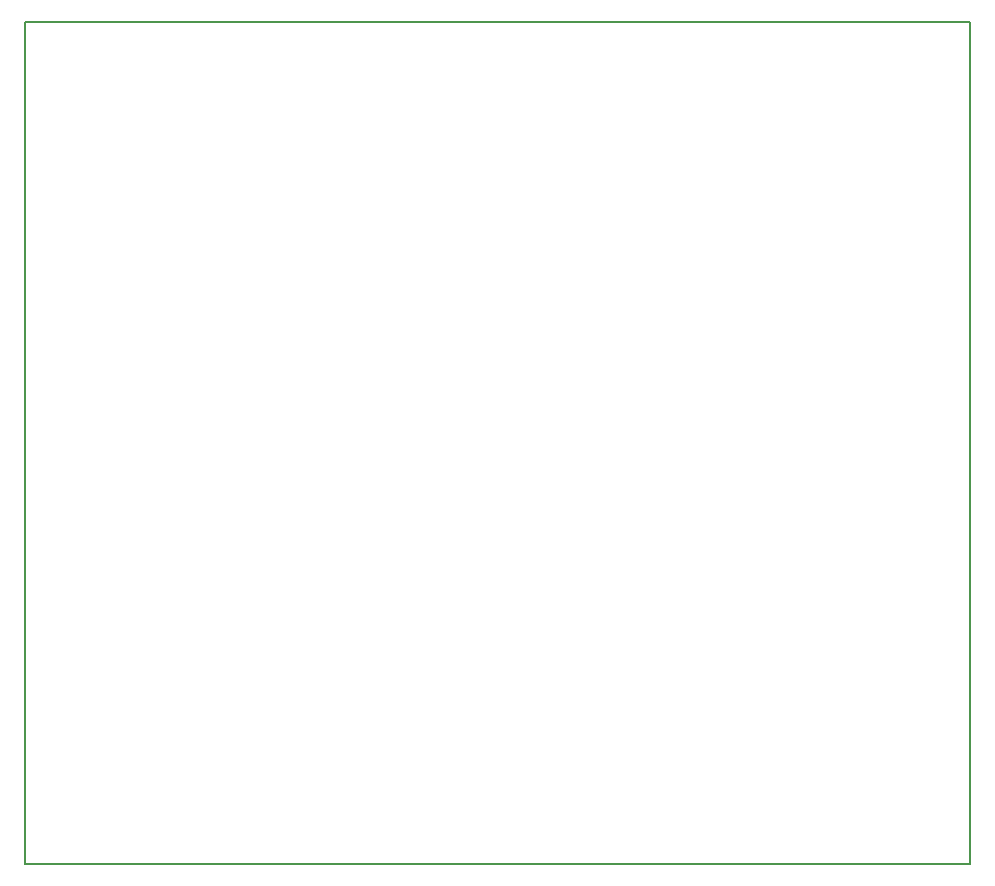
<source format=gm1>
G04 MADE WITH FRITZING*
G04 WWW.FRITZING.ORG*
G04 DOUBLE SIDED*
G04 HOLES PLATED*
G04 CONTOUR ON CENTER OF CONTOUR VECTOR*
%ASAXBY*%
%FSLAX23Y23*%
%MOIN*%
%OFA0B0*%
%SFA1.0B1.0*%
%ADD10R,3.159220X2.812650*%
%ADD11C,0.008000*%
%ADD10C,0.008*%
%LNCONTOUR*%
G90*
G70*
G54D10*
G54D11*
X4Y2809D02*
X3155Y2809D01*
X3155Y4D01*
X4Y4D01*
X4Y2809D01*
D02*
G04 End of contour*
M02*
</source>
